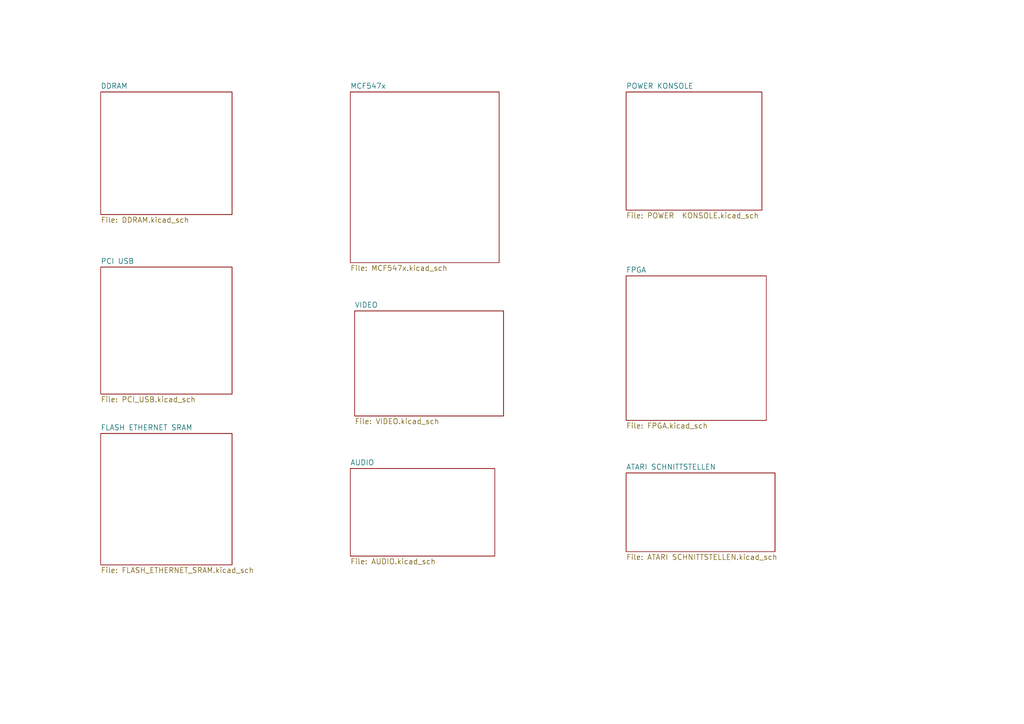
<source format=kicad_sch>
(kicad_sch (version 20230121) (generator eeschema)
  (paper "A4")
  (title_block (title "FireBee1 Projekt") (date "3 mar 2010") (rev "1.00") (company "MCS Aschwanden"))
  (lib_symbols)
  (sheet (at 29.21 26.67) (size 38.1 35.56)
    (property "Sheetname" "DDRAM" (at 29.21 25.8314 0) (effects (font (size 1.524 1.524)) (justify left bottom)))
    (property "Sheetfile" "DDRAM.kicad_sch" (at 29.21 62.9162 0) (effects (font (size 1.524 1.524)) (justify left top)))
  )
  (sheet (at 101.6 26.67) (size 43.18 49.53)
    (property "Sheetname" "MCF547x" (at 101.6 25.8314 0) (effects (font (size 1.524 1.524)) (justify left bottom)))
    (property "Sheetfile" "MCF547x.kicad_sch" (at 101.6 76.8862 0) (effects (font (size 1.524 1.524)) (justify left top)))
  )
  (sheet (at 29.21 77.47) (size 38.1 36.83)
    (property "Sheetname" "PCI USB" (at 29.21 76.6314 0) (effects (font (size 1.524 1.524)) (justify left bottom)))
    (property "Sheetfile" "PCI_USB.kicad_sch" (at 29.21 114.9862 0) (effects (font (size 1.524 1.524)) (justify left top)))
  )
  (sheet (at 29.21 125.73) (size 38.1 38.1)
    (property "Sheetname" "FLASH ETHERNET SRAM" (at 29.21 124.8914 0) (effects (font (size 1.524 1.524)) (justify left bottom)))
    (property "Sheetfile" "FLASH_ETHERNET_SRAM.kicad_sch" (at 29.21 164.5162 0) (effects (font (size 1.524 1.524)) (justify left top)))
  )
  (sheet (at 181.61 26.67) (size 39.37 34.29)
    (property "Sheetname" "POWER KONSOLE" (at 181.61 25.8314 0) (effects (font (size 1.524 1.524)) (justify left bottom)))
    (property "Sheetfile" "POWER  KONSOLE.kicad_sch" (at 181.61 61.6462 0) (effects (font (size 1.524 1.524)) (justify left top)))
  )
  (sheet (at 181.61 80.01) (size 40.64 41.91)
    (property "Sheetname" "FPGA" (at 181.61 79.1714 0) (effects (font (size 1.524 1.524)) (justify left bottom)))
    (property "Sheetfile" "FPGA.kicad_sch" (at 181.61 122.6062 0) (effects (font (size 1.524 1.524)) (justify left top)))
  )
  (sheet (at 181.61 137.16) (size 43.18 22.86)
    (property "Sheetname" "ATARI SCHNITTSTELLEN" (at 181.61 136.3214 0) (effects (font (size 1.524 1.524)) (justify left bottom)))
    (property "Sheetfile" "ATARI SCHNITTSTELLEN.kicad_sch" (at 181.61 160.7062 0) (effects (font (size 1.524 1.524)) (justify left top)))
  )
  (sheet (at 101.6 135.89) (size 41.91 25.4)
    (property "Sheetname" "AUDIO" (at 101.6 135.0514 0) (effects (font (size 1.524 1.524)) (justify left bottom)))
    (property "Sheetfile" "AUDIO.kicad_sch" (at 101.6 161.9762 0) (effects (font (size 1.524 1.524)) (justify left top)))
  )
  (sheet (at 102.87 90.17) (size 43.18 30.48)
    (property "Sheetname" "VIDEO" (at 102.87 89.3314 0) (effects (font (size 1.524 1.524)) (justify left bottom)))
    (property "Sheetfile" "VIDEO.kicad_sch" (at 102.87 121.3362 0) (effects (font (size 1.524 1.524)) (justify left top)))
  )
)
</source>
